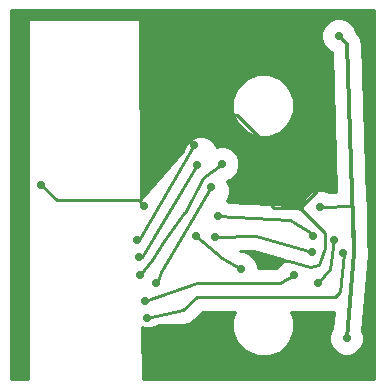
<source format=gbl>
G04 (created by PCBNEW (2013-08-24 BZR 4298)-stable) date Mon 09 Dec 2013 08:52:25 PM PST*
%MOIN*%
G04 Gerber Fmt 3.4, Leading zero omitted, Abs format*
%FSLAX34Y34*%
G01*
G70*
G90*
G04 APERTURE LIST*
%ADD10C,0.005906*%
%ADD11C,0.027559*%
%ADD12C,0.011811*%
%ADD13C,0.009843*%
%ADD14C,0.010000*%
G04 APERTURE END LIST*
G54D10*
G54D11*
X58425Y-38110D03*
X57799Y-43814D03*
X58688Y-48188D03*
X52338Y-46350D03*
X54181Y-43161D03*
X51807Y-46074D03*
X54531Y-42377D03*
X53704Y-42421D03*
X51759Y-45480D03*
X53614Y-41740D03*
X51700Y-44905D03*
X55153Y-45877D03*
X53669Y-44799D03*
X51944Y-43779D03*
X48515Y-43070D03*
X55118Y-37889D03*
X55905Y-45472D03*
X53149Y-39685D03*
X55220Y-42748D03*
X58279Y-44921D03*
X57751Y-46354D03*
X54291Y-44818D03*
X57527Y-45311D03*
X52031Y-47500D03*
X58570Y-45366D03*
X51976Y-46948D03*
X56929Y-46092D03*
X54401Y-44118D03*
X57559Y-44771D03*
G54D12*
X58921Y-45338D02*
X58688Y-38374D01*
X58688Y-38374D02*
X58425Y-38110D01*
G54D13*
X57799Y-43814D02*
X58913Y-43775D01*
X58913Y-43775D02*
X58921Y-45338D01*
G54D12*
X58921Y-45338D02*
X58688Y-48188D01*
G54D13*
X52492Y-45984D02*
X52393Y-46295D01*
X53353Y-44509D02*
X52492Y-45984D01*
X54181Y-43161D02*
X53353Y-44509D01*
X52393Y-46295D02*
X52338Y-46350D01*
X52598Y-44952D02*
X52192Y-45586D01*
X52192Y-45586D02*
X51807Y-46074D01*
G54D10*
X53287Y-44016D02*
X53287Y-44035D01*
G54D13*
X53885Y-42850D02*
X53287Y-44016D01*
X54531Y-42377D02*
X53885Y-42850D01*
X53277Y-44025D02*
X52598Y-44952D01*
G54D10*
X51866Y-45480D02*
X51759Y-45480D01*
G54D13*
X53704Y-42421D02*
X51866Y-45480D01*
G54D10*
X51759Y-44905D02*
X51700Y-44905D01*
G54D13*
X53614Y-41740D02*
X51759Y-44905D01*
X53669Y-44799D02*
X54551Y-45519D01*
X54551Y-45519D02*
X55153Y-45877D01*
X49039Y-43594D02*
X48515Y-43070D01*
X51759Y-43594D02*
X49039Y-43594D01*
X51944Y-43779D02*
X51759Y-43594D01*
X57456Y-45826D02*
X56756Y-45611D01*
X56756Y-45611D02*
X56244Y-45611D01*
X56244Y-45611D02*
X55905Y-45472D01*
X57135Y-43838D02*
X57969Y-44678D01*
X57775Y-45748D02*
X57456Y-45826D01*
X57964Y-45181D02*
X57775Y-45748D01*
X57969Y-44678D02*
X57964Y-45181D01*
X57696Y-43277D02*
X57135Y-43838D01*
X56830Y-42549D02*
X57185Y-42696D01*
X57185Y-42696D02*
X57381Y-42844D01*
X57381Y-42844D02*
X57696Y-43277D01*
X56304Y-42022D02*
X56830Y-42549D01*
X56279Y-43838D02*
X55220Y-42748D01*
X57135Y-43838D02*
X56870Y-43838D01*
X56870Y-43838D02*
X56643Y-43838D01*
X56643Y-43838D02*
X56279Y-43838D01*
X53149Y-39685D02*
X54202Y-40738D01*
X54202Y-40738D02*
X54901Y-40738D01*
X54901Y-40738D02*
X55019Y-40738D01*
X55019Y-40738D02*
X56304Y-42022D01*
G54D10*
X56304Y-42022D02*
X56309Y-42027D01*
X55220Y-42748D02*
X55181Y-42708D01*
G54D13*
X58279Y-44921D02*
X58130Y-45894D01*
X58130Y-45894D02*
X57751Y-46354D01*
X54291Y-44818D02*
X55669Y-44793D01*
X55669Y-44793D02*
X57527Y-45311D01*
X53236Y-47263D02*
X52031Y-47500D01*
X53685Y-46814D02*
X53236Y-47263D01*
X58307Y-46814D02*
X53685Y-46814D01*
X58456Y-46665D02*
X58307Y-46814D01*
X58590Y-45385D02*
X58456Y-46665D01*
X58570Y-45366D02*
X58590Y-45385D01*
X56460Y-46358D02*
X53700Y-46338D01*
X53700Y-46338D02*
X51976Y-46948D01*
X51976Y-46948D02*
X51965Y-46949D01*
X56929Y-46092D02*
X56460Y-46358D01*
X54401Y-44118D02*
X56811Y-44251D01*
X56811Y-44251D02*
X57559Y-44732D01*
X57559Y-44732D02*
X57559Y-44771D01*
G54D10*
G36*
X56650Y-45578D02*
X56600Y-45599D01*
X56436Y-45762D01*
X56413Y-45818D01*
X56332Y-45864D01*
X55735Y-45860D01*
X55735Y-45762D01*
X55646Y-45548D01*
X55483Y-45385D01*
X55269Y-45296D01*
X55140Y-45296D01*
X55139Y-45296D01*
X55606Y-45287D01*
X56650Y-45578D01*
X56650Y-45578D01*
G37*
G54D14*
X56650Y-45578D02*
X56600Y-45599D01*
X56436Y-45762D01*
X56413Y-45818D01*
X56332Y-45864D01*
X55735Y-45860D01*
X55735Y-45762D01*
X55646Y-45548D01*
X55483Y-45385D01*
X55269Y-45296D01*
X55140Y-45296D01*
X55139Y-45296D01*
X55606Y-45287D01*
X56650Y-45578D01*
G54D10*
G36*
X59595Y-49556D02*
X51888Y-49556D01*
X51876Y-47803D01*
X51978Y-47845D01*
X52209Y-47845D01*
X52423Y-47757D01*
X52423Y-47756D01*
X53236Y-47756D01*
X53424Y-47719D01*
X53424Y-47719D01*
X53584Y-47612D01*
X53889Y-47307D01*
X54971Y-47307D01*
X54871Y-47549D01*
X54871Y-47960D01*
X55028Y-48340D01*
X55318Y-48632D01*
X55698Y-48789D01*
X56110Y-48790D01*
X56490Y-48633D01*
X56781Y-48342D01*
X56939Y-47962D01*
X56939Y-47551D01*
X56839Y-47307D01*
X58256Y-47307D01*
X58212Y-47842D01*
X58196Y-47859D01*
X58107Y-48072D01*
X58107Y-48304D01*
X58195Y-48517D01*
X58359Y-48681D01*
X58572Y-48770D01*
X58804Y-48770D01*
X59017Y-48682D01*
X59181Y-48518D01*
X59270Y-48305D01*
X59270Y-48073D01*
X59213Y-47936D01*
X59422Y-45379D01*
X59419Y-45350D01*
X59423Y-45321D01*
X59412Y-44981D01*
X59406Y-43773D01*
X59404Y-43765D01*
X59405Y-43758D01*
X59385Y-43671D01*
X59367Y-43584D01*
X59365Y-43581D01*
X59191Y-38357D01*
X59170Y-38269D01*
X59153Y-38181D01*
X59148Y-38174D01*
X59146Y-38166D01*
X59094Y-38093D01*
X59044Y-38018D01*
X58996Y-37970D01*
X58918Y-37781D01*
X58755Y-37617D01*
X58541Y-37528D01*
X58310Y-37528D01*
X58096Y-37616D01*
X57932Y-37780D01*
X57843Y-37994D01*
X57843Y-38225D01*
X57931Y-38439D01*
X58095Y-38602D01*
X58194Y-38644D01*
X58350Y-43302D01*
X58101Y-43311D01*
X57915Y-43233D01*
X57684Y-43233D01*
X57470Y-43321D01*
X57306Y-43485D01*
X57217Y-43698D01*
X57217Y-43927D01*
X57077Y-43837D01*
X57048Y-43826D01*
X57024Y-43807D01*
X56960Y-43791D01*
X56939Y-43783D01*
X56939Y-40228D01*
X56782Y-39847D01*
X56492Y-39556D01*
X56112Y-39398D01*
X55700Y-39398D01*
X55320Y-39555D01*
X55029Y-39846D01*
X54871Y-40226D01*
X54871Y-40637D01*
X55028Y-41018D01*
X55318Y-41309D01*
X55698Y-41467D01*
X56110Y-41467D01*
X56490Y-41310D01*
X56781Y-41019D01*
X56939Y-40639D01*
X56939Y-40228D01*
X56939Y-43783D01*
X56898Y-43766D01*
X56867Y-43767D01*
X56838Y-43759D01*
X54749Y-43643D01*
X54731Y-43625D01*
X54704Y-43614D01*
X54709Y-43609D01*
X54797Y-43395D01*
X54798Y-43164D01*
X54709Y-42950D01*
X54697Y-42938D01*
X54860Y-42871D01*
X55024Y-42707D01*
X55112Y-42494D01*
X55113Y-42262D01*
X55024Y-42048D01*
X54861Y-41885D01*
X54647Y-41796D01*
X54416Y-41796D01*
X54362Y-41818D01*
X54316Y-41706D01*
X54152Y-41542D01*
X53939Y-41454D01*
X53707Y-41453D01*
X53493Y-41542D01*
X53330Y-41705D01*
X53241Y-41919D01*
X53241Y-41954D01*
X51848Y-43566D01*
X51808Y-37559D01*
X48070Y-37559D01*
X48070Y-49556D01*
X47490Y-49556D01*
X47490Y-37254D01*
X59595Y-37254D01*
X59595Y-49556D01*
X59595Y-49556D01*
G37*
G54D14*
X59595Y-49556D02*
X51888Y-49556D01*
X51876Y-47803D01*
X51978Y-47845D01*
X52209Y-47845D01*
X52423Y-47757D01*
X52423Y-47756D01*
X53236Y-47756D01*
X53424Y-47719D01*
X53424Y-47719D01*
X53584Y-47612D01*
X53889Y-47307D01*
X54971Y-47307D01*
X54871Y-47549D01*
X54871Y-47960D01*
X55028Y-48340D01*
X55318Y-48632D01*
X55698Y-48789D01*
X56110Y-48790D01*
X56490Y-48633D01*
X56781Y-48342D01*
X56939Y-47962D01*
X56939Y-47551D01*
X56839Y-47307D01*
X58256Y-47307D01*
X58212Y-47842D01*
X58196Y-47859D01*
X58107Y-48072D01*
X58107Y-48304D01*
X58195Y-48517D01*
X58359Y-48681D01*
X58572Y-48770D01*
X58804Y-48770D01*
X59017Y-48682D01*
X59181Y-48518D01*
X59270Y-48305D01*
X59270Y-48073D01*
X59213Y-47936D01*
X59422Y-45379D01*
X59419Y-45350D01*
X59423Y-45321D01*
X59412Y-44981D01*
X59406Y-43773D01*
X59404Y-43765D01*
X59405Y-43758D01*
X59385Y-43671D01*
X59367Y-43584D01*
X59365Y-43581D01*
X59191Y-38357D01*
X59170Y-38269D01*
X59153Y-38181D01*
X59148Y-38174D01*
X59146Y-38166D01*
X59094Y-38093D01*
X59044Y-38018D01*
X58996Y-37970D01*
X58918Y-37781D01*
X58755Y-37617D01*
X58541Y-37528D01*
X58310Y-37528D01*
X58096Y-37616D01*
X57932Y-37780D01*
X57843Y-37994D01*
X57843Y-38225D01*
X57931Y-38439D01*
X58095Y-38602D01*
X58194Y-38644D01*
X58350Y-43302D01*
X58101Y-43311D01*
X57915Y-43233D01*
X57684Y-43233D01*
X57470Y-43321D01*
X57306Y-43485D01*
X57217Y-43698D01*
X57217Y-43927D01*
X57077Y-43837D01*
X57048Y-43826D01*
X57024Y-43807D01*
X56960Y-43791D01*
X56939Y-43783D01*
X56939Y-40228D01*
X56782Y-39847D01*
X56492Y-39556D01*
X56112Y-39398D01*
X55700Y-39398D01*
X55320Y-39555D01*
X55029Y-39846D01*
X54871Y-40226D01*
X54871Y-40637D01*
X55028Y-41018D01*
X55318Y-41309D01*
X55698Y-41467D01*
X56110Y-41467D01*
X56490Y-41310D01*
X56781Y-41019D01*
X56939Y-40639D01*
X56939Y-40228D01*
X56939Y-43783D01*
X56898Y-43766D01*
X56867Y-43767D01*
X56838Y-43759D01*
X54749Y-43643D01*
X54731Y-43625D01*
X54704Y-43614D01*
X54709Y-43609D01*
X54797Y-43395D01*
X54798Y-43164D01*
X54709Y-42950D01*
X54697Y-42938D01*
X54860Y-42871D01*
X55024Y-42707D01*
X55112Y-42494D01*
X55113Y-42262D01*
X55024Y-42048D01*
X54861Y-41885D01*
X54647Y-41796D01*
X54416Y-41796D01*
X54362Y-41818D01*
X54316Y-41706D01*
X54152Y-41542D01*
X53939Y-41454D01*
X53707Y-41453D01*
X53493Y-41542D01*
X53330Y-41705D01*
X53241Y-41919D01*
X53241Y-41954D01*
X51848Y-43566D01*
X51808Y-37559D01*
X48070Y-37559D01*
X48070Y-49556D01*
X47490Y-49556D01*
X47490Y-37254D01*
X59595Y-37254D01*
X59595Y-49556D01*
M02*

</source>
